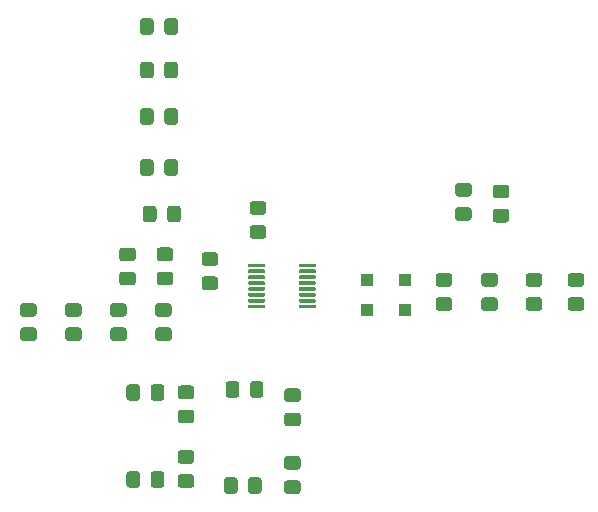
<source format=gbr>
%TF.GenerationSoftware,KiCad,Pcbnew,(5.1.9)-1*%
%TF.CreationDate,2021-07-13T18:03:53-04:00*%
%TF.ProjectId,detector_circuit_alt_LTC6254,64657465-6374-46f7-925f-636972637569,rev?*%
%TF.SameCoordinates,Original*%
%TF.FileFunction,Paste,Top*%
%TF.FilePolarity,Positive*%
%FSLAX46Y46*%
G04 Gerber Fmt 4.6, Leading zero omitted, Abs format (unit mm)*
G04 Created by KiCad (PCBNEW (5.1.9)-1) date 2021-07-13 18:03:53*
%MOMM*%
%LPD*%
G01*
G04 APERTURE LIST*
%ADD10R,1.000000X1.000000*%
G04 APERTURE END LIST*
%TO.C,U1*%
G36*
G01*
X110518000Y-125960000D02*
X110518000Y-125810000D01*
G75*
G02*
X110593000Y-125735000I75000J0D01*
G01*
X111893000Y-125735000D01*
G75*
G02*
X111968000Y-125810000I0J-75000D01*
G01*
X111968000Y-125960000D01*
G75*
G02*
X111893000Y-126035000I-75000J0D01*
G01*
X110593000Y-126035000D01*
G75*
G02*
X110518000Y-125960000I0J75000D01*
G01*
G37*
G36*
G01*
X110518000Y-126460000D02*
X110518000Y-126310000D01*
G75*
G02*
X110593000Y-126235000I75000J0D01*
G01*
X111893000Y-126235000D01*
G75*
G02*
X111968000Y-126310000I0J-75000D01*
G01*
X111968000Y-126460000D01*
G75*
G02*
X111893000Y-126535000I-75000J0D01*
G01*
X110593000Y-126535000D01*
G75*
G02*
X110518000Y-126460000I0J75000D01*
G01*
G37*
G36*
G01*
X110518000Y-126960000D02*
X110518000Y-126810000D01*
G75*
G02*
X110593000Y-126735000I75000J0D01*
G01*
X111893000Y-126735000D01*
G75*
G02*
X111968000Y-126810000I0J-75000D01*
G01*
X111968000Y-126960000D01*
G75*
G02*
X111893000Y-127035000I-75000J0D01*
G01*
X110593000Y-127035000D01*
G75*
G02*
X110518000Y-126960000I0J75000D01*
G01*
G37*
G36*
G01*
X110518000Y-127460000D02*
X110518000Y-127310000D01*
G75*
G02*
X110593000Y-127235000I75000J0D01*
G01*
X111893000Y-127235000D01*
G75*
G02*
X111968000Y-127310000I0J-75000D01*
G01*
X111968000Y-127460000D01*
G75*
G02*
X111893000Y-127535000I-75000J0D01*
G01*
X110593000Y-127535000D01*
G75*
G02*
X110518000Y-127460000I0J75000D01*
G01*
G37*
G36*
G01*
X110518000Y-127960000D02*
X110518000Y-127810000D01*
G75*
G02*
X110593000Y-127735000I75000J0D01*
G01*
X111893000Y-127735000D01*
G75*
G02*
X111968000Y-127810000I0J-75000D01*
G01*
X111968000Y-127960000D01*
G75*
G02*
X111893000Y-128035000I-75000J0D01*
G01*
X110593000Y-128035000D01*
G75*
G02*
X110518000Y-127960000I0J75000D01*
G01*
G37*
G36*
G01*
X110518000Y-128460000D02*
X110518000Y-128310000D01*
G75*
G02*
X110593000Y-128235000I75000J0D01*
G01*
X111893000Y-128235000D01*
G75*
G02*
X111968000Y-128310000I0J-75000D01*
G01*
X111968000Y-128460000D01*
G75*
G02*
X111893000Y-128535000I-75000J0D01*
G01*
X110593000Y-128535000D01*
G75*
G02*
X110518000Y-128460000I0J75000D01*
G01*
G37*
G36*
G01*
X110518000Y-128960000D02*
X110518000Y-128810000D01*
G75*
G02*
X110593000Y-128735000I75000J0D01*
G01*
X111893000Y-128735000D01*
G75*
G02*
X111968000Y-128810000I0J-75000D01*
G01*
X111968000Y-128960000D01*
G75*
G02*
X111893000Y-129035000I-75000J0D01*
G01*
X110593000Y-129035000D01*
G75*
G02*
X110518000Y-128960000I0J75000D01*
G01*
G37*
G36*
G01*
X110518000Y-129460000D02*
X110518000Y-129310000D01*
G75*
G02*
X110593000Y-129235000I75000J0D01*
G01*
X111893000Y-129235000D01*
G75*
G02*
X111968000Y-129310000I0J-75000D01*
G01*
X111968000Y-129460000D01*
G75*
G02*
X111893000Y-129535000I-75000J0D01*
G01*
X110593000Y-129535000D01*
G75*
G02*
X110518000Y-129460000I0J75000D01*
G01*
G37*
G36*
G01*
X106218000Y-129460000D02*
X106218000Y-129310000D01*
G75*
G02*
X106293000Y-129235000I75000J0D01*
G01*
X107593000Y-129235000D01*
G75*
G02*
X107668000Y-129310000I0J-75000D01*
G01*
X107668000Y-129460000D01*
G75*
G02*
X107593000Y-129535000I-75000J0D01*
G01*
X106293000Y-129535000D01*
G75*
G02*
X106218000Y-129460000I0J75000D01*
G01*
G37*
G36*
G01*
X106218000Y-128960000D02*
X106218000Y-128810000D01*
G75*
G02*
X106293000Y-128735000I75000J0D01*
G01*
X107593000Y-128735000D01*
G75*
G02*
X107668000Y-128810000I0J-75000D01*
G01*
X107668000Y-128960000D01*
G75*
G02*
X107593000Y-129035000I-75000J0D01*
G01*
X106293000Y-129035000D01*
G75*
G02*
X106218000Y-128960000I0J75000D01*
G01*
G37*
G36*
G01*
X106218000Y-128460000D02*
X106218000Y-128310000D01*
G75*
G02*
X106293000Y-128235000I75000J0D01*
G01*
X107593000Y-128235000D01*
G75*
G02*
X107668000Y-128310000I0J-75000D01*
G01*
X107668000Y-128460000D01*
G75*
G02*
X107593000Y-128535000I-75000J0D01*
G01*
X106293000Y-128535000D01*
G75*
G02*
X106218000Y-128460000I0J75000D01*
G01*
G37*
G36*
G01*
X106218000Y-127960000D02*
X106218000Y-127810000D01*
G75*
G02*
X106293000Y-127735000I75000J0D01*
G01*
X107593000Y-127735000D01*
G75*
G02*
X107668000Y-127810000I0J-75000D01*
G01*
X107668000Y-127960000D01*
G75*
G02*
X107593000Y-128035000I-75000J0D01*
G01*
X106293000Y-128035000D01*
G75*
G02*
X106218000Y-127960000I0J75000D01*
G01*
G37*
G36*
G01*
X106218000Y-127460000D02*
X106218000Y-127310000D01*
G75*
G02*
X106293000Y-127235000I75000J0D01*
G01*
X107593000Y-127235000D01*
G75*
G02*
X107668000Y-127310000I0J-75000D01*
G01*
X107668000Y-127460000D01*
G75*
G02*
X107593000Y-127535000I-75000J0D01*
G01*
X106293000Y-127535000D01*
G75*
G02*
X106218000Y-127460000I0J75000D01*
G01*
G37*
G36*
G01*
X106218000Y-126960000D02*
X106218000Y-126810000D01*
G75*
G02*
X106293000Y-126735000I75000J0D01*
G01*
X107593000Y-126735000D01*
G75*
G02*
X107668000Y-126810000I0J-75000D01*
G01*
X107668000Y-126960000D01*
G75*
G02*
X107593000Y-127035000I-75000J0D01*
G01*
X106293000Y-127035000D01*
G75*
G02*
X106218000Y-126960000I0J75000D01*
G01*
G37*
G36*
G01*
X106218000Y-126460000D02*
X106218000Y-126310000D01*
G75*
G02*
X106293000Y-126235000I75000J0D01*
G01*
X107593000Y-126235000D01*
G75*
G02*
X107668000Y-126310000I0J-75000D01*
G01*
X107668000Y-126460000D01*
G75*
G02*
X107593000Y-126535000I-75000J0D01*
G01*
X106293000Y-126535000D01*
G75*
G02*
X106218000Y-126460000I0J75000D01*
G01*
G37*
G36*
G01*
X106218000Y-125960000D02*
X106218000Y-125810000D01*
G75*
G02*
X106293000Y-125735000I75000J0D01*
G01*
X107593000Y-125735000D01*
G75*
G02*
X107668000Y-125810000I0J-75000D01*
G01*
X107668000Y-125960000D01*
G75*
G02*
X107593000Y-126035000I-75000J0D01*
G01*
X106293000Y-126035000D01*
G75*
G02*
X106218000Y-125960000I0J75000D01*
G01*
G37*
%TD*%
%TO.C,R1*%
G36*
G01*
X107511001Y-121597000D02*
X106610999Y-121597000D01*
G75*
G02*
X106361000Y-121347001I0J249999D01*
G01*
X106361000Y-120696999D01*
G75*
G02*
X106610999Y-120447000I249999J0D01*
G01*
X107511001Y-120447000D01*
G75*
G02*
X107761000Y-120696999I0J-249999D01*
G01*
X107761000Y-121347001D01*
G75*
G02*
X107511001Y-121597000I-249999J0D01*
G01*
G37*
G36*
G01*
X107511001Y-123647000D02*
X106610999Y-123647000D01*
G75*
G02*
X106361000Y-123397001I0J249999D01*
G01*
X106361000Y-122746999D01*
G75*
G02*
X106610999Y-122497000I249999J0D01*
G01*
X107511001Y-122497000D01*
G75*
G02*
X107761000Y-122746999I0J-249999D01*
G01*
X107761000Y-123397001D01*
G75*
G02*
X107511001Y-123647000I-249999J0D01*
G01*
G37*
%TD*%
%TO.C,R26*%
G36*
G01*
X99628001Y-125525000D02*
X98727999Y-125525000D01*
G75*
G02*
X98478000Y-125275001I0J249999D01*
G01*
X98478000Y-124624999D01*
G75*
G02*
X98727999Y-124375000I249999J0D01*
G01*
X99628001Y-124375000D01*
G75*
G02*
X99878000Y-124624999I0J-249999D01*
G01*
X99878000Y-125275001D01*
G75*
G02*
X99628001Y-125525000I-249999J0D01*
G01*
G37*
G36*
G01*
X99628001Y-127575000D02*
X98727999Y-127575000D01*
G75*
G02*
X98478000Y-127325001I0J249999D01*
G01*
X98478000Y-126674999D01*
G75*
G02*
X98727999Y-126425000I249999J0D01*
G01*
X99628001Y-126425000D01*
G75*
G02*
X99878000Y-126674999I0J-249999D01*
G01*
X99878000Y-127325001D01*
G75*
G02*
X99628001Y-127575000I-249999J0D01*
G01*
G37*
%TD*%
%TO.C,R34*%
G36*
G01*
X95561999Y-126434000D02*
X96462001Y-126434000D01*
G75*
G02*
X96712000Y-126683999I0J-249999D01*
G01*
X96712000Y-127334001D01*
G75*
G02*
X96462001Y-127584000I-249999J0D01*
G01*
X95561999Y-127584000D01*
G75*
G02*
X95312000Y-127334001I0J249999D01*
G01*
X95312000Y-126683999D01*
G75*
G02*
X95561999Y-126434000I249999J0D01*
G01*
G37*
G36*
G01*
X95561999Y-124384000D02*
X96462001Y-124384000D01*
G75*
G02*
X96712000Y-124633999I0J-249999D01*
G01*
X96712000Y-125284001D01*
G75*
G02*
X96462001Y-125534000I-249999J0D01*
G01*
X95561999Y-125534000D01*
G75*
G02*
X95312000Y-125284001I0J249999D01*
G01*
X95312000Y-124633999D01*
G75*
G02*
X95561999Y-124384000I249999J0D01*
G01*
G37*
%TD*%
%TO.C,R39*%
G36*
G01*
X133534999Y-128593000D02*
X134435001Y-128593000D01*
G75*
G02*
X134685000Y-128842999I0J-249999D01*
G01*
X134685000Y-129493001D01*
G75*
G02*
X134435001Y-129743000I-249999J0D01*
G01*
X133534999Y-129743000D01*
G75*
G02*
X133285000Y-129493001I0J249999D01*
G01*
X133285000Y-128842999D01*
G75*
G02*
X133534999Y-128593000I249999J0D01*
G01*
G37*
G36*
G01*
X133534999Y-126543000D02*
X134435001Y-126543000D01*
G75*
G02*
X134685000Y-126792999I0J-249999D01*
G01*
X134685000Y-127443001D01*
G75*
G02*
X134435001Y-127693000I-249999J0D01*
G01*
X133534999Y-127693000D01*
G75*
G02*
X133285000Y-127443001I0J249999D01*
G01*
X133285000Y-126792999D01*
G75*
G02*
X133534999Y-126543000I249999J0D01*
G01*
G37*
%TD*%
%TO.C,C32*%
G36*
G01*
X97077000Y-136201999D02*
X97077000Y-137102001D01*
G75*
G02*
X96827001Y-137352000I-249999J0D01*
G01*
X96176999Y-137352000D01*
G75*
G02*
X95927000Y-137102001I0J249999D01*
G01*
X95927000Y-136201999D01*
G75*
G02*
X96176999Y-135952000I249999J0D01*
G01*
X96827001Y-135952000D01*
G75*
G02*
X97077000Y-136201999I0J-249999D01*
G01*
G37*
G36*
G01*
X99127000Y-136201999D02*
X99127000Y-137102001D01*
G75*
G02*
X98877001Y-137352000I-249999J0D01*
G01*
X98226999Y-137352000D01*
G75*
G02*
X97977000Y-137102001I0J249999D01*
G01*
X97977000Y-136201999D01*
G75*
G02*
X98226999Y-135952000I249999J0D01*
G01*
X98877001Y-135952000D01*
G75*
G02*
X99127000Y-136201999I0J-249999D01*
G01*
G37*
%TD*%
%TO.C,C27*%
G36*
G01*
X127184999Y-121109000D02*
X128085001Y-121109000D01*
G75*
G02*
X128335000Y-121358999I0J-249999D01*
G01*
X128335000Y-122009001D01*
G75*
G02*
X128085001Y-122259000I-249999J0D01*
G01*
X127184999Y-122259000D01*
G75*
G02*
X126935000Y-122009001I0J249999D01*
G01*
X126935000Y-121358999D01*
G75*
G02*
X127184999Y-121109000I249999J0D01*
G01*
G37*
G36*
G01*
X127184999Y-119059000D02*
X128085001Y-119059000D01*
G75*
G02*
X128335000Y-119308999I0J-249999D01*
G01*
X128335000Y-119959001D01*
G75*
G02*
X128085001Y-120209000I-249999J0D01*
G01*
X127184999Y-120209000D01*
G75*
G02*
X126935000Y-119959001I0J249999D01*
G01*
X126935000Y-119308999D01*
G75*
G02*
X127184999Y-119059000I249999J0D01*
G01*
G37*
%TD*%
%TO.C,C37*%
G36*
G01*
X122358999Y-128593000D02*
X123259001Y-128593000D01*
G75*
G02*
X123509000Y-128842999I0J-249999D01*
G01*
X123509000Y-129493001D01*
G75*
G02*
X123259001Y-129743000I-249999J0D01*
G01*
X122358999Y-129743000D01*
G75*
G02*
X122109000Y-129493001I0J249999D01*
G01*
X122109000Y-128842999D01*
G75*
G02*
X122358999Y-128593000I249999J0D01*
G01*
G37*
G36*
G01*
X122358999Y-126543000D02*
X123259001Y-126543000D01*
G75*
G02*
X123509000Y-126792999I0J-249999D01*
G01*
X123509000Y-127443001D01*
G75*
G02*
X123259001Y-127693000I-249999J0D01*
G01*
X122358999Y-127693000D01*
G75*
G02*
X122109000Y-127443001I0J249999D01*
G01*
X122109000Y-126792999D01*
G75*
G02*
X122358999Y-126543000I249999J0D01*
G01*
G37*
%TD*%
%TO.C,R42*%
G36*
G01*
X124009999Y-120964000D02*
X124910001Y-120964000D01*
G75*
G02*
X125160000Y-121213999I0J-249999D01*
G01*
X125160000Y-121864001D01*
G75*
G02*
X124910001Y-122114000I-249999J0D01*
G01*
X124009999Y-122114000D01*
G75*
G02*
X123760000Y-121864001I0J249999D01*
G01*
X123760000Y-121213999D01*
G75*
G02*
X124009999Y-120964000I249999J0D01*
G01*
G37*
G36*
G01*
X124009999Y-118914000D02*
X124910001Y-118914000D01*
G75*
G02*
X125160000Y-119163999I0J-249999D01*
G01*
X125160000Y-119814001D01*
G75*
G02*
X124910001Y-120064000I-249999J0D01*
G01*
X124009999Y-120064000D01*
G75*
G02*
X123760000Y-119814001I0J249999D01*
G01*
X123760000Y-119163999D01*
G75*
G02*
X124009999Y-118914000I249999J0D01*
G01*
G37*
%TD*%
D10*
%TO.C,D2*%
X119507000Y-129647000D03*
X119507000Y-127147000D03*
%TD*%
%TO.C,R40*%
G36*
G01*
X99129000Y-109797001D02*
X99129000Y-108896999D01*
G75*
G02*
X99378999Y-108647000I249999J0D01*
G01*
X100029001Y-108647000D01*
G75*
G02*
X100279000Y-108896999I0J-249999D01*
G01*
X100279000Y-109797001D01*
G75*
G02*
X100029001Y-110047000I-249999J0D01*
G01*
X99378999Y-110047000D01*
G75*
G02*
X99129000Y-109797001I0J249999D01*
G01*
G37*
G36*
G01*
X97079000Y-109797001D02*
X97079000Y-108896999D01*
G75*
G02*
X97328999Y-108647000I249999J0D01*
G01*
X97979001Y-108647000D01*
G75*
G02*
X98229000Y-108896999I0J-249999D01*
G01*
X98229000Y-109797001D01*
G75*
G02*
X97979001Y-110047000I-249999J0D01*
G01*
X97328999Y-110047000D01*
G75*
G02*
X97079000Y-109797001I0J249999D01*
G01*
G37*
%TD*%
%TO.C,R36*%
G36*
G01*
X91890001Y-130242000D02*
X90989999Y-130242000D01*
G75*
G02*
X90740000Y-129992001I0J249999D01*
G01*
X90740000Y-129341999D01*
G75*
G02*
X90989999Y-129092000I249999J0D01*
G01*
X91890001Y-129092000D01*
G75*
G02*
X92140000Y-129341999I0J-249999D01*
G01*
X92140000Y-129992001D01*
G75*
G02*
X91890001Y-130242000I-249999J0D01*
G01*
G37*
G36*
G01*
X91890001Y-132292000D02*
X90989999Y-132292000D01*
G75*
G02*
X90740000Y-132042001I0J249999D01*
G01*
X90740000Y-131391999D01*
G75*
G02*
X90989999Y-131142000I249999J0D01*
G01*
X91890001Y-131142000D01*
G75*
G02*
X92140000Y-131391999I0J-249999D01*
G01*
X92140000Y-132042001D01*
G75*
G02*
X91890001Y-132292000I-249999J0D01*
G01*
G37*
%TD*%
%TO.C,R35*%
G36*
G01*
X88080001Y-130242000D02*
X87179999Y-130242000D01*
G75*
G02*
X86930000Y-129992001I0J249999D01*
G01*
X86930000Y-129341999D01*
G75*
G02*
X87179999Y-129092000I249999J0D01*
G01*
X88080001Y-129092000D01*
G75*
G02*
X88330000Y-129341999I0J-249999D01*
G01*
X88330000Y-129992001D01*
G75*
G02*
X88080001Y-130242000I-249999J0D01*
G01*
G37*
G36*
G01*
X88080001Y-132292000D02*
X87179999Y-132292000D01*
G75*
G02*
X86930000Y-132042001I0J249999D01*
G01*
X86930000Y-131391999D01*
G75*
G02*
X87179999Y-131142000I249999J0D01*
G01*
X88080001Y-131142000D01*
G75*
G02*
X88330000Y-131391999I0J-249999D01*
G01*
X88330000Y-132042001D01*
G75*
G02*
X88080001Y-132292000I-249999J0D01*
G01*
G37*
%TD*%
%TO.C,R33*%
G36*
G01*
X107382000Y-144075999D02*
X107382000Y-144976001D01*
G75*
G02*
X107132001Y-145226000I-249999J0D01*
G01*
X106481999Y-145226000D01*
G75*
G02*
X106232000Y-144976001I0J249999D01*
G01*
X106232000Y-144075999D01*
G75*
G02*
X106481999Y-143826000I249999J0D01*
G01*
X107132001Y-143826000D01*
G75*
G02*
X107382000Y-144075999I0J-249999D01*
G01*
G37*
G36*
G01*
X105332000Y-144075999D02*
X105332000Y-144976001D01*
G75*
G02*
X105082001Y-145226000I-249999J0D01*
G01*
X104431999Y-145226000D01*
G75*
G02*
X104182000Y-144976001I0J249999D01*
G01*
X104182000Y-144075999D01*
G75*
G02*
X104431999Y-143826000I249999J0D01*
G01*
X105082001Y-143826000D01*
G75*
G02*
X105332000Y-144075999I0J-249999D01*
G01*
G37*
%TD*%
%TO.C,R32*%
G36*
G01*
X101415001Y-142679000D02*
X100514999Y-142679000D01*
G75*
G02*
X100265000Y-142429001I0J249999D01*
G01*
X100265000Y-141778999D01*
G75*
G02*
X100514999Y-141529000I249999J0D01*
G01*
X101415001Y-141529000D01*
G75*
G02*
X101665000Y-141778999I0J-249999D01*
G01*
X101665000Y-142429001D01*
G75*
G02*
X101415001Y-142679000I-249999J0D01*
G01*
G37*
G36*
G01*
X101415001Y-144729000D02*
X100514999Y-144729000D01*
G75*
G02*
X100265000Y-144479001I0J249999D01*
G01*
X100265000Y-143828999D01*
G75*
G02*
X100514999Y-143579000I249999J0D01*
G01*
X101415001Y-143579000D01*
G75*
G02*
X101665000Y-143828999I0J-249999D01*
G01*
X101665000Y-144479001D01*
G75*
G02*
X101415001Y-144729000I-249999J0D01*
G01*
G37*
%TD*%
%TO.C,R31*%
G36*
G01*
X99129000Y-113734001D02*
X99129000Y-112833999D01*
G75*
G02*
X99378999Y-112584000I249999J0D01*
G01*
X100029001Y-112584000D01*
G75*
G02*
X100279000Y-112833999I0J-249999D01*
G01*
X100279000Y-113734001D01*
G75*
G02*
X100029001Y-113984000I-249999J0D01*
G01*
X99378999Y-113984000D01*
G75*
G02*
X99129000Y-113734001I0J249999D01*
G01*
G37*
G36*
G01*
X97079000Y-113734001D02*
X97079000Y-112833999D01*
G75*
G02*
X97328999Y-112584000I249999J0D01*
G01*
X97979001Y-112584000D01*
G75*
G02*
X98229000Y-112833999I0J-249999D01*
G01*
X98229000Y-113734001D01*
G75*
G02*
X97979001Y-113984000I-249999J0D01*
G01*
X97328999Y-113984000D01*
G75*
G02*
X97079000Y-113734001I0J249999D01*
G01*
G37*
%TD*%
%TO.C,R30*%
G36*
G01*
X126219799Y-128593000D02*
X127119801Y-128593000D01*
G75*
G02*
X127369800Y-128842999I0J-249999D01*
G01*
X127369800Y-129493001D01*
G75*
G02*
X127119801Y-129743000I-249999J0D01*
G01*
X126219799Y-129743000D01*
G75*
G02*
X125969800Y-129493001I0J249999D01*
G01*
X125969800Y-128842999D01*
G75*
G02*
X126219799Y-128593000I249999J0D01*
G01*
G37*
G36*
G01*
X126219799Y-126543000D02*
X127119801Y-126543000D01*
G75*
G02*
X127369800Y-126792999I0J-249999D01*
G01*
X127369800Y-127443001D01*
G75*
G02*
X127119801Y-127693000I-249999J0D01*
G01*
X126219799Y-127693000D01*
G75*
G02*
X125969800Y-127443001I0J249999D01*
G01*
X125969800Y-126792999D01*
G75*
G02*
X126219799Y-126543000I249999J0D01*
G01*
G37*
%TD*%
%TO.C,R27*%
G36*
G01*
X99510001Y-130242000D02*
X98609999Y-130242000D01*
G75*
G02*
X98360000Y-129992001I0J249999D01*
G01*
X98360000Y-129341999D01*
G75*
G02*
X98609999Y-129092000I249999J0D01*
G01*
X99510001Y-129092000D01*
G75*
G02*
X99760000Y-129341999I0J-249999D01*
G01*
X99760000Y-129992001D01*
G75*
G02*
X99510001Y-130242000I-249999J0D01*
G01*
G37*
G36*
G01*
X99510001Y-132292000D02*
X98609999Y-132292000D01*
G75*
G02*
X98360000Y-132042001I0J249999D01*
G01*
X98360000Y-131391999D01*
G75*
G02*
X98609999Y-131142000I249999J0D01*
G01*
X99510001Y-131142000D01*
G75*
G02*
X99760000Y-131391999I0J-249999D01*
G01*
X99760000Y-132042001D01*
G75*
G02*
X99510001Y-132292000I-249999J0D01*
G01*
G37*
%TD*%
%TO.C,R25*%
G36*
G01*
X105477000Y-135947999D02*
X105477000Y-136848001D01*
G75*
G02*
X105227001Y-137098000I-249999J0D01*
G01*
X104576999Y-137098000D01*
G75*
G02*
X104327000Y-136848001I0J249999D01*
G01*
X104327000Y-135947999D01*
G75*
G02*
X104576999Y-135698000I249999J0D01*
G01*
X105227001Y-135698000D01*
G75*
G02*
X105477000Y-135947999I0J-249999D01*
G01*
G37*
G36*
G01*
X107527000Y-135947999D02*
X107527000Y-136848001D01*
G75*
G02*
X107277001Y-137098000I-249999J0D01*
G01*
X106626999Y-137098000D01*
G75*
G02*
X106377000Y-136848001I0J249999D01*
G01*
X106377000Y-135947999D01*
G75*
G02*
X106626999Y-135698000I249999J0D01*
G01*
X107277001Y-135698000D01*
G75*
G02*
X107527000Y-135947999I0J-249999D01*
G01*
G37*
%TD*%
%TO.C,R24*%
G36*
G01*
X100514999Y-138109000D02*
X101415001Y-138109000D01*
G75*
G02*
X101665000Y-138358999I0J-249999D01*
G01*
X101665000Y-139009001D01*
G75*
G02*
X101415001Y-139259000I-249999J0D01*
G01*
X100514999Y-139259000D01*
G75*
G02*
X100265000Y-139009001I0J249999D01*
G01*
X100265000Y-138358999D01*
G75*
G02*
X100514999Y-138109000I249999J0D01*
G01*
G37*
G36*
G01*
X100514999Y-136059000D02*
X101415001Y-136059000D01*
G75*
G02*
X101665000Y-136308999I0J-249999D01*
G01*
X101665000Y-136959001D01*
G75*
G02*
X101415001Y-137209000I-249999J0D01*
G01*
X100514999Y-137209000D01*
G75*
G02*
X100265000Y-136959001I0J249999D01*
G01*
X100265000Y-136308999D01*
G75*
G02*
X100514999Y-136059000I249999J0D01*
G01*
G37*
%TD*%
%TO.C,R17*%
G36*
G01*
X99374000Y-121989001D02*
X99374000Y-121088999D01*
G75*
G02*
X99623999Y-120839000I249999J0D01*
G01*
X100274001Y-120839000D01*
G75*
G02*
X100524000Y-121088999I0J-249999D01*
G01*
X100524000Y-121989001D01*
G75*
G02*
X100274001Y-122239000I-249999J0D01*
G01*
X99623999Y-122239000D01*
G75*
G02*
X99374000Y-121989001I0J249999D01*
G01*
G37*
G36*
G01*
X97324000Y-121989001D02*
X97324000Y-121088999D01*
G75*
G02*
X97573999Y-120839000I249999J0D01*
G01*
X98224001Y-120839000D01*
G75*
G02*
X98474000Y-121088999I0J-249999D01*
G01*
X98474000Y-121989001D01*
G75*
G02*
X98224001Y-122239000I-249999J0D01*
G01*
X97573999Y-122239000D01*
G75*
G02*
X97324000Y-121989001I0J249999D01*
G01*
G37*
%TD*%
%TO.C,R16*%
G36*
G01*
X99129000Y-106114001D02*
X99129000Y-105213999D01*
G75*
G02*
X99378999Y-104964000I249999J0D01*
G01*
X100029001Y-104964000D01*
G75*
G02*
X100279000Y-105213999I0J-249999D01*
G01*
X100279000Y-106114001D01*
G75*
G02*
X100029001Y-106364000I-249999J0D01*
G01*
X99378999Y-106364000D01*
G75*
G02*
X99129000Y-106114001I0J249999D01*
G01*
G37*
G36*
G01*
X97079000Y-106114001D02*
X97079000Y-105213999D01*
G75*
G02*
X97328999Y-104964000I249999J0D01*
G01*
X97979001Y-104964000D01*
G75*
G02*
X98229000Y-105213999I0J-249999D01*
G01*
X98229000Y-106114001D01*
G75*
G02*
X97979001Y-106364000I-249999J0D01*
G01*
X97328999Y-106364000D01*
G75*
G02*
X97079000Y-106114001I0J249999D01*
G01*
G37*
%TD*%
%TO.C,D6*%
X116332000Y-129667000D03*
X116332000Y-127167000D03*
%TD*%
%TO.C,C39*%
G36*
G01*
X103447001Y-125924000D02*
X102546999Y-125924000D01*
G75*
G02*
X102297000Y-125674001I0J249999D01*
G01*
X102297000Y-125023999D01*
G75*
G02*
X102546999Y-124774000I249999J0D01*
G01*
X103447001Y-124774000D01*
G75*
G02*
X103697000Y-125023999I0J-249999D01*
G01*
X103697000Y-125674001D01*
G75*
G02*
X103447001Y-125924000I-249999J0D01*
G01*
G37*
G36*
G01*
X103447001Y-127974000D02*
X102546999Y-127974000D01*
G75*
G02*
X102297000Y-127724001I0J249999D01*
G01*
X102297000Y-127073999D01*
G75*
G02*
X102546999Y-126824000I249999J0D01*
G01*
X103447001Y-126824000D01*
G75*
G02*
X103697000Y-127073999I0J-249999D01*
G01*
X103697000Y-127724001D01*
G75*
G02*
X103447001Y-127974000I-249999J0D01*
G01*
G37*
%TD*%
%TO.C,C36*%
G36*
G01*
X95700001Y-130242000D02*
X94799999Y-130242000D01*
G75*
G02*
X94550000Y-129992001I0J249999D01*
G01*
X94550000Y-129341999D01*
G75*
G02*
X94799999Y-129092000I249999J0D01*
G01*
X95700001Y-129092000D01*
G75*
G02*
X95950000Y-129341999I0J-249999D01*
G01*
X95950000Y-129992001D01*
G75*
G02*
X95700001Y-130242000I-249999J0D01*
G01*
G37*
G36*
G01*
X95700001Y-132292000D02*
X94799999Y-132292000D01*
G75*
G02*
X94550000Y-132042001I0J249999D01*
G01*
X94550000Y-131391999D01*
G75*
G02*
X94799999Y-131142000I249999J0D01*
G01*
X95700001Y-131142000D01*
G75*
G02*
X95950000Y-131391999I0J-249999D01*
G01*
X95950000Y-132042001D01*
G75*
G02*
X95700001Y-132292000I-249999J0D01*
G01*
G37*
%TD*%
%TO.C,C33*%
G36*
G01*
X110432001Y-137463000D02*
X109531999Y-137463000D01*
G75*
G02*
X109282000Y-137213001I0J249999D01*
G01*
X109282000Y-136562999D01*
G75*
G02*
X109531999Y-136313000I249999J0D01*
G01*
X110432001Y-136313000D01*
G75*
G02*
X110682000Y-136562999I0J-249999D01*
G01*
X110682000Y-137213001D01*
G75*
G02*
X110432001Y-137463000I-249999J0D01*
G01*
G37*
G36*
G01*
X110432001Y-139513000D02*
X109531999Y-139513000D01*
G75*
G02*
X109282000Y-139263001I0J249999D01*
G01*
X109282000Y-138612999D01*
G75*
G02*
X109531999Y-138363000I249999J0D01*
G01*
X110432001Y-138363000D01*
G75*
G02*
X110682000Y-138612999I0J-249999D01*
G01*
X110682000Y-139263001D01*
G75*
G02*
X110432001Y-139513000I-249999J0D01*
G01*
G37*
%TD*%
%TO.C,C31*%
G36*
G01*
X99129000Y-118052001D02*
X99129000Y-117151999D01*
G75*
G02*
X99378999Y-116902000I249999J0D01*
G01*
X100029001Y-116902000D01*
G75*
G02*
X100279000Y-117151999I0J-249999D01*
G01*
X100279000Y-118052001D01*
G75*
G02*
X100029001Y-118302000I-249999J0D01*
G01*
X99378999Y-118302000D01*
G75*
G02*
X99129000Y-118052001I0J249999D01*
G01*
G37*
G36*
G01*
X97079000Y-118052001D02*
X97079000Y-117151999D01*
G75*
G02*
X97328999Y-116902000I249999J0D01*
G01*
X97979001Y-116902000D01*
G75*
G02*
X98229000Y-117151999I0J-249999D01*
G01*
X98229000Y-118052001D01*
G75*
G02*
X97979001Y-118302000I-249999J0D01*
G01*
X97328999Y-118302000D01*
G75*
G02*
X97079000Y-118052001I0J249999D01*
G01*
G37*
%TD*%
%TO.C,C19*%
G36*
G01*
X129978999Y-128593000D02*
X130879001Y-128593000D01*
G75*
G02*
X131129000Y-128842999I0J-249999D01*
G01*
X131129000Y-129493001D01*
G75*
G02*
X130879001Y-129743000I-249999J0D01*
G01*
X129978999Y-129743000D01*
G75*
G02*
X129729000Y-129493001I0J249999D01*
G01*
X129729000Y-128842999D01*
G75*
G02*
X129978999Y-128593000I249999J0D01*
G01*
G37*
G36*
G01*
X129978999Y-126543000D02*
X130879001Y-126543000D01*
G75*
G02*
X131129000Y-126792999I0J-249999D01*
G01*
X131129000Y-127443001D01*
G75*
G02*
X130879001Y-127693000I-249999J0D01*
G01*
X129978999Y-127693000D01*
G75*
G02*
X129729000Y-127443001I0J249999D01*
G01*
X129729000Y-126792999D01*
G75*
G02*
X129978999Y-126543000I249999J0D01*
G01*
G37*
%TD*%
%TO.C,C18*%
G36*
G01*
X109531999Y-142037000D02*
X110432001Y-142037000D01*
G75*
G02*
X110682000Y-142286999I0J-249999D01*
G01*
X110682000Y-142937001D01*
G75*
G02*
X110432001Y-143187000I-249999J0D01*
G01*
X109531999Y-143187000D01*
G75*
G02*
X109282000Y-142937001I0J249999D01*
G01*
X109282000Y-142286999D01*
G75*
G02*
X109531999Y-142037000I249999J0D01*
G01*
G37*
G36*
G01*
X109531999Y-144087000D02*
X110432001Y-144087000D01*
G75*
G02*
X110682000Y-144336999I0J-249999D01*
G01*
X110682000Y-144987001D01*
G75*
G02*
X110432001Y-145237000I-249999J0D01*
G01*
X109531999Y-145237000D01*
G75*
G02*
X109282000Y-144987001I0J249999D01*
G01*
X109282000Y-144336999D01*
G75*
G02*
X109531999Y-144087000I249999J0D01*
G01*
G37*
%TD*%
%TO.C,C17*%
G36*
G01*
X97077000Y-143567999D02*
X97077000Y-144468001D01*
G75*
G02*
X96827001Y-144718000I-249999J0D01*
G01*
X96176999Y-144718000D01*
G75*
G02*
X95927000Y-144468001I0J249999D01*
G01*
X95927000Y-143567999D01*
G75*
G02*
X96176999Y-143318000I249999J0D01*
G01*
X96827001Y-143318000D01*
G75*
G02*
X97077000Y-143567999I0J-249999D01*
G01*
G37*
G36*
G01*
X99127000Y-143567999D02*
X99127000Y-144468001D01*
G75*
G02*
X98877001Y-144718000I-249999J0D01*
G01*
X98226999Y-144718000D01*
G75*
G02*
X97977000Y-144468001I0J249999D01*
G01*
X97977000Y-143567999D01*
G75*
G02*
X98226999Y-143318000I249999J0D01*
G01*
X98877001Y-143318000D01*
G75*
G02*
X99127000Y-143567999I0J-249999D01*
G01*
G37*
%TD*%
M02*

</source>
